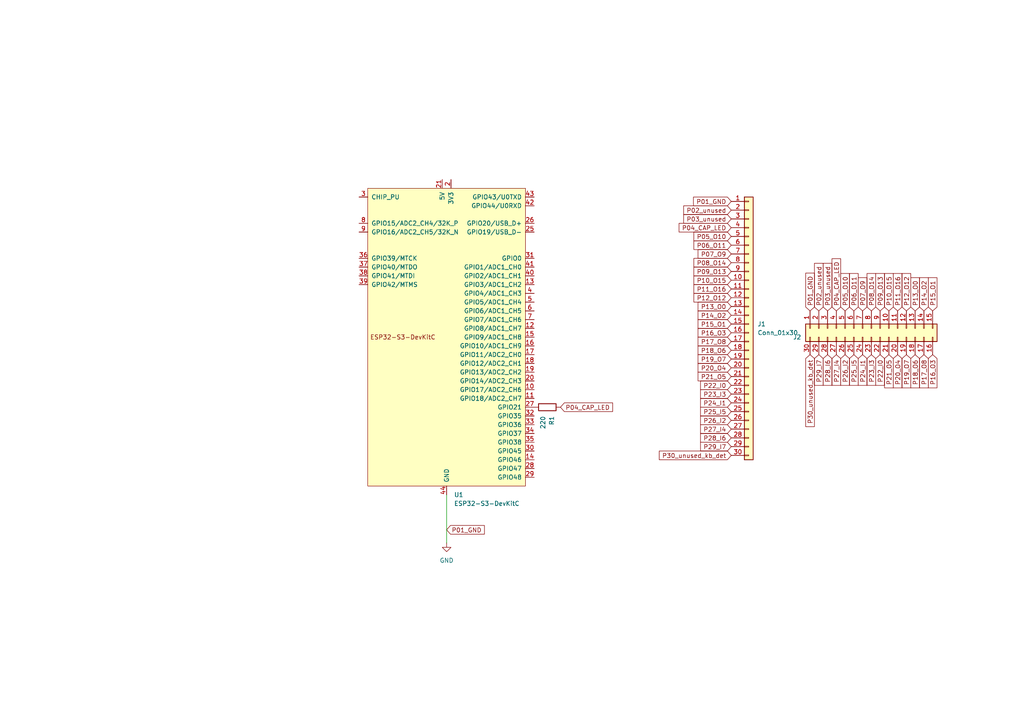
<source format=kicad_sch>
(kicad_sch (version 20250114) (generator "eeschema") (generator_version "9.0")
  (paper "A4")
  (lib_symbols
    (symbol "Connector_Generic:Conn_01x30" (pin_names (offset 1.016) (hide yes))
      (property "Reference" "J" (at 0 38.1 0))
      (property "Value" "Conn_01x30" (at 0 -40.64 0))
      (symbol "Conn_01x30_1_1"
        (rectangle (start -1.27 36.83) (end 1.27 -39.37) (stroke (width 0.254)) (fill (type background)))
        (rectangle (start -1.27 35.687) (end 0 35.433) (stroke (width 0.1524)))
        (rectangle (start -1.27 33.147) (end 0 32.893) (stroke (width 0.1524)))
        (rectangle (start -1.27 30.607) (end 0 30.353) (stroke (width 0.1524)))
        (rectangle (start -1.27 28.067) (end 0 27.813) (stroke (width 0.1524)))
        (rectangle (start -1.27 25.527) (end 0 25.273) (stroke (width 0.1524)))
        (rectangle (start -1.27 22.987) (end 0 22.733) (stroke (width 0.1524)))
        (rectangle (start -1.27 20.447) (end 0 20.193) (stroke (width 0.1524)))
        (rectangle (start -1.27 17.907) (end 0 17.653) (stroke (width 0.1524)))
        (rectangle (start -1.27 15.367) (end 0 15.113) (stroke (width 0.1524)))
        (rectangle (start -1.27 12.827) (end 0 12.573) (stroke (width 0.1524)))
        (rectangle (start -1.27 10.287) (end 0 10.033) (stroke (width 0.1524)))
        (rectangle (start -1.27 7.747) (end 0 7.493) (stroke (width 0.1524)))
        (rectangle (start -1.27 5.207) (end 0 4.953) (stroke (width 0.1524)))
        (rectangle (start -1.27 2.667) (end 0 2.413) (stroke (width 0.1524)))
        (rectangle (start -1.27 0.127) (end 0 -0.127) (stroke (width 0.1524)))
        (rectangle (start -1.27 -2.413) (end 0 -2.667) (stroke (width 0.1524)))
        (rectangle (start -1.27 -4.953) (end 0 -5.207) (stroke (width 0.1524)))
        (rectangle (start -1.27 -7.493) (end 0 -7.747) (stroke (width 0.1524)))
        (rectangle (start -1.27 -10.033) (end 0 -10.287) (stroke (width 0.1524)))
        (rectangle (start -1.27 -12.573) (end 0 -12.827) (stroke (width 0.1524)))
        (rectangle (start -1.27 -15.113) (end 0 -15.367) (stroke (width 0.1524)))
        (rectangle (start -1.27 -17.653) (end 0 -17.907) (stroke (width 0.1524)))
        (rectangle (start -1.27 -20.193) (end 0 -20.447) (stroke (width 0.1524)))
        (rectangle (start -1.27 -22.733) (end 0 -22.987) (stroke (width 0.1524)))
        (rectangle (start -1.27 -25.273) (end 0 -25.527) (stroke (width 0.1524)))
        (rectangle (start -1.27 -27.813) (end 0 -28.067) (stroke (width 0.1524)))
        (rectangle (start -1.27 -30.353) (end 0 -30.607) (stroke (width 0.1524)))
        (rectangle (start -1.27 -32.893) (end 0 -33.147) (stroke (width 0.1524)))
        (rectangle (start -1.27 -35.433) (end 0 -35.687) (stroke (width 0.1524)))
        (rectangle (start -1.27 -37.973) (end 0 -38.227) (stroke (width 0.1524)))
        (pin passive line (at -5.08 35.56 0) (length 3.81) (name "Pin_1") (number "1"))
        (pin passive line (at -5.08 33.02 0) (length 3.81) (name "Pin_2") (number "2"))
        (pin passive line (at -5.08 30.48 0) (length 3.81) (name "Pin_3") (number "3"))
        (pin passive line (at -5.08 27.94 0) (length 3.81) (name "Pin_4") (number "4"))
        (pin passive line (at -5.08 25.4 0) (length 3.81) (name "Pin_5") (number "5"))
        (pin passive line (at -5.08 22.86 0) (length 3.81) (name "Pin_6") (number "6"))
        (pin passive line (at -5.08 20.32 0) (length 3.81) (name "Pin_7") (number "7"))
        (pin passive line (at -5.08 17.78 0) (length 3.81) (name "Pin_8") (number "8"))
        (pin passive line (at -5.08 15.24 0) (length 3.81) (name "Pin_9") (number "9"))
        (pin passive line (at -5.08 12.7 0) (length 3.81) (name "Pin_10") (number "10"))
        (pin passive line (at -5.08 10.16 0) (length 3.81) (name "Pin_11") (number "11"))
        (pin passive line (at -5.08 7.62 0) (length 3.81) (name "Pin_12") (number "12"))
        (pin passive line (at -5.08 5.08 0) (length 3.81) (name "Pin_13") (number "13"))
        (pin passive line (at -5.08 2.54 0) (length 3.81) (name "Pin_14") (number "14"))
        (pin passive line (at -5.08 0 0) (length 3.81) (name "Pin_15") (number "15"))
        (pin passive line (at -5.08 -2.54 0) (length 3.81) (name "Pin_16") (number "16"))
        (pin passive line (at -5.08 -5.08 0) (length 3.81) (name "Pin_17") (number "17"))
        (pin passive line (at -5.08 -7.62 0) (length 3.81) (name "Pin_18") (number "18"))
        (pin passive line (at -5.08 -10.16 0) (length 3.81) (name "Pin_19") (number "19"))
        (pin passive line (at -5.08 -12.7 0) (length 3.81) (name "Pin_20") (number "20"))
        (pin passive line (at -5.08 -15.24 0) (length 3.81) (name "Pin_21") (number "21"))
        (pin passive line (at -5.08 -17.78 0) (length 3.81) (name "Pin_22") (number "22"))
        (pin passive line (at -5.08 -20.32 0) (length 3.81) (name "Pin_23") (number "23"))
        (pin passive line (at -5.08 -22.86 0) (length 3.81) (name "Pin_24") (number "24"))
        (pin passive line (at -5.08 -25.4 0) (length 3.81) (name "Pin_25") (number "25"))
        (pin passive line (at -5.08 -27.94 0) (length 3.81) (name "Pin_26") (number "26"))
        (pin passive line (at -5.08 -30.48 0) (length 3.81) (name "Pin_27") (number "27"))
        (pin passive line (at -5.08 -33.02 0) (length 3.81) (name "Pin_28") (number "28"))
        (pin passive line (at -5.08 -35.56 0) (length 3.81) (name "Pin_29") (number "29"))
        (pin passive line (at -5.08 -38.1 0) (length 3.81) (name "Pin_30") (number "30"))
      )
    )
    (symbol "Connector_Generic:Conn_02x15_Counter_Clockwise" (pin_names (offset 1.016) (hide yes))
      (property "Reference" "J" (at 1.27 20.32 0))
      (property "Value" "Conn_02x15_Counter_Clockwise" (at 1.27 -20.32 0))
      (symbol "Conn_02x15_Counter_Clockwise_1_1"
        (rectangle (start -1.27 19.05) (end 3.81 -19.05) (stroke (width 0.254)) (fill (type background)))
        (rectangle (start -1.27 17.907) (end 0 17.653) (stroke (width 0.1524)))
        (rectangle (start -1.27 15.367) (end 0 15.113) (stroke (width 0.1524)))
        (rectangle (start -1.27 12.827) (end 0 12.573) (stroke (width 0.1524)))
        (rectangle (start -1.27 10.287) (end 0 10.033) (stroke (width 0.1524)))
        (rectangle (start -1.27 7.747) (end 0 7.493) (stroke (width 0.1524)))
        (rectangle (start -1.27 5.207) (end 0 4.953) (stroke (width 0.1524)))
        (rectangle (start -1.27 2.667) (end 0 2.413) (stroke (width 0.1524)))
        (rectangle (start -1.27 0.127) (end 0 -0.127) (stroke (width 0.1524)))
        (rectangle (start -1.27 -2.413) (end 0 -2.667) (stroke (width 0.1524)))
        (rectangle (start -1.27 -4.953) (end 0 -5.207) (stroke (width 0.1524)))
        (rectangle (start -1.27 -7.493) (end 0 -7.747) (stroke (width 0.1524)))
        (rectangle (start -1.27 -10.033) (end 0 -10.287) (stroke (width 0.1524)))
        (rectangle (start -1.27 -12.573) (end 0 -12.827) (stroke (width 0.1524)))
        (rectangle (start -1.27 -15.113) (end 0 -15.367) (stroke (width 0.1524)))
        (rectangle (start -1.27 -17.653) (end 0 -17.907) (stroke (width 0.1524)))
        (rectangle (start 3.81 17.907) (end 2.54 17.653) (stroke (width 0.1524)))
        (rectangle (start 3.81 15.367) (end 2.54 15.113) (stroke (width 0.1524)))
        (rectangle (start 3.81 12.827) (end 2.54 12.573) (stroke (width 0.1524)))
        (rectangle (start 3.81 10.287) (end 2.54 10.033) (stroke (width 0.1524)))
        (rectangle (start 3.81 7.747) (end 2.54 7.493) (stroke (width 0.1524)))
        (rectangle (start 3.81 5.207) (end 2.54 4.953) (stroke (width 0.1524)))
        (rectangle (start 3.81 2.667) (end 2.54 2.413) (stroke (width 0.1524)))
        (rectangle (start 3.81 0.127) (end 2.54 -0.127) (stroke (width 0.1524)))
        (rectangle (start 3.81 -2.413) (end 2.54 -2.667) (stroke (width 0.1524)))
        (rectangle (start 3.81 -4.953) (end 2.54 -5.207) (stroke (width 0.1524)))
        (rectangle (start 3.81 -7.493) (end 2.54 -7.747) (stroke (width 0.1524)))
        (rectangle (start 3.81 -10.033) (end 2.54 -10.287) (stroke (width 0.1524)))
        (rectangle (start 3.81 -12.573) (end 2.54 -12.827) (stroke (width 0.1524)))
        (rectangle (start 3.81 -15.113) (end 2.54 -15.367) (stroke (width 0.1524)))
        (rectangle (start 3.81 -17.653) (end 2.54 -17.907) (stroke (width 0.1524)))
        (pin passive line (at -5.08 17.78 0) (length 3.81) (name "Pin_1") (number "1"))
        (pin passive line (at -5.08 15.24 0) (length 3.81) (name "Pin_2") (number "2"))
        (pin passive line (at -5.08 12.7 0) (length 3.81) (name "Pin_3") (number "3"))
        (pin passive line (at -5.08 10.16 0) (length 3.81) (name "Pin_4") (number "4"))
        (pin passive line (at -5.08 7.62 0) (length 3.81) (name "Pin_5") (number "5"))
        (pin passive line (at -5.08 5.08 0) (length 3.81) (name "Pin_6") (number "6"))
        (pin passive line (at -5.08 2.54 0) (length 3.81) (name "Pin_7") (number "7"))
        (pin passive line (at -5.08 0 0) (length 3.81) (name "Pin_8") (number "8"))
        (pin passive line (at -5.08 -2.54 0) (length 3.81) (name "Pin_9") (number "9"))
        (pin passive line (at -5.08 -5.08 0) (length 3.81) (name "Pin_10") (number "10"))
        (pin passive line (at -5.08 -7.62 0) (length 3.81) (name "Pin_11") (number "11"))
        (pin passive line (at -5.08 -10.16 0) (length 3.81) (name "Pin_12") (number "12"))
        (pin passive line (at -5.08 -12.7 0) (length 3.81) (name "Pin_13") (number "13"))
        (pin passive line (at -5.08 -15.24 0) (length 3.81) (name "Pin_14") (number "14"))
        (pin passive line (at -5.08 -17.78 0) (length 3.81) (name "Pin_15") (number "15"))
        (pin passive line (at 7.62 17.78 180) (length 3.81) (name "Pin_30") (number "30"))
        (pin passive line (at 7.62 15.24 180) (length 3.81) (name "Pin_29") (number "29"))
        (pin passive line (at 7.62 12.7 180) (length 3.81) (name "Pin_28") (number "28"))
        (pin passive line (at 7.62 10.16 180) (length 3.81) (name "Pin_27") (number "27"))
        (pin passive line (at 7.62 7.62 180) (length 3.81) (name "Pin_26") (number "26"))
        (pin passive line (at 7.62 5.08 180) (length 3.81) (name "Pin_25") (number "25"))
        (pin passive line (at 7.62 2.54 180) (length 3.81) (name "Pin_24") (number "24"))
        (pin passive line (at 7.62 0 180) (length 3.81) (name "Pin_23") (number "23"))
        (pin passive line (at 7.62 -2.54 180) (length 3.81) (name "Pin_22") (number "22"))
        (pin passive line (at 7.62 -5.08 180) (length 3.81) (name "Pin_21") (number "21"))
        (pin passive line (at 7.62 -7.62 180) (length 3.81) (name "Pin_20") (number "20"))
        (pin passive line (at 7.62 -10.16 180) (length 3.81) (name "Pin_19") (number "19"))
        (pin passive line (at 7.62 -12.7 180) (length 3.81) (name "Pin_18") (number "18"))
        (pin passive line (at 7.62 -15.24 180) (length 3.81) (name "Pin_17") (number "17"))
        (pin passive line (at 7.62 -17.78 180) (length 3.81) (name "Pin_16") (number "16"))
      )
    )
    (symbol "Device:R" (pin_numbers (hide yes)) (pin_names (offset 0))
      (property "Reference" "R" (at 2.032 0 90))
      (property "Value" "R" (at 0 0 90))
      (symbol "R_0_1"
        (rectangle (start -1.016 -2.54) (end 1.016 2.54) (stroke (width 0.254)))
      )
      (symbol "R_1_1"
        (pin passive line (at 0 3.81 270) (length 1.27) (name "~") (number "1"))
        (pin passive line (at 0 -3.81 90) (length 1.27) (name "~") (number "2"))
      )
    )
    (symbol "PCM_Espressif:ESP32-S3-DevKitC" (pin_names (offset 1.016))
      (property "Reference" "U" (at -22.86 48.26 0))
      (property "Value" "ESP32-S3-DevKitC" (at -22.86 45.72 0))
      (symbol "ESP32-S3-DevKitC_0_0"
        (text "ESP32-S3-DevKitC" (at -12.7 0 0) (effects (font (size 1.27 1.27))))
        (pin bidirectional line (at -25.4 15.24 0) (length 2.54) (name "GPIO42/MTMS") (number "39"))
        (pin power_in line (at 0 -45.72 90) (length 2.54) (name "GND") (number "44"))
        (pin bidirectional line (at 25.4 40.64 180) (length 2.54) (name "GPIO43/U0TXD") (number "43"))
        (pin bidirectional line (at 25.4 38.1 180) (length 2.54) (name "GPIO44/U0RXD") (number "42"))
        (pin bidirectional line (at 25.4 20.32 180) (length 2.54) (name "GPIO1/ADC1_CH0") (number "41"))
        (pin bidirectional line (at 25.4 17.78 180) (length 2.54) (name "GPIO2/ADC1_CH1") (number "40"))
        (pin bidirectional line (at 25.4 -10.16 180) (length 2.54) (name "GPIO13/ADC2_CH2") (number "19"))
        (pin bidirectional line (at 25.4 -35.56 180) (length 2.54) (name "GPIO46") (number "14"))
      )
      (symbol "ESP32-S3-DevKitC_0_1"
        (rectangle (start -22.86 43.18) (end 22.86 -43.18) (fill (type background)))
        (pin power_in line (at 1.27 45.72 270) (length 2.54) (name "3V3") (number "2"))
      )
      (symbol "ESP32-S3-DevKitC_1_1"
        (pin input line (at -25.4 40.64 0) (length 2.54) (name "CHIP_PU") (number "3"))
        (pin bidirectional line (at -25.4 33.02 0) (length 2.54) (name "GPIO15/ADC2_CH4/32K_P") (number "8"))
        (pin bidirectional line (at -25.4 30.48 0) (length 2.54) (name "GPIO16/ADC2_CH5/32K_N") (number "9"))
        (pin bidirectional line (at -25.4 22.86 0) (length 2.54) (name "GPIO39/MTCK") (number "36"))
        (pin bidirectional line (at -25.4 20.32 0) (length 2.54) (name "GPIO40/MTDO") (number "37"))
        (pin bidirectional line (at -25.4 17.78 0) (length 2.54) (name "GPIO41/MTDI") (number "38"))
        (pin power_in line (at -1.27 45.72 270) (length 2.54) (name "5V") (number "21"))
        (pin passive line (at 0 -45.72 90) (length 2.54) (hide yes) (name "GND") (number "22"))
        (pin passive line (at 0 -45.72 90) (length 2.54) (hide yes) (name "GND") (number "23"))
        (pin passive line (at 0 -45.72 90) (length 2.54) (hide yes) (name "GND") (number "24"))
        (pin passive line (at 1.27 45.72 270) (length 2.54) (hide yes) (name "3V3") (number "1"))
        (pin bidirectional line (at 25.4 33.02 180) (length 2.54) (name "GPIO20/USB_D+") (number "26"))
        (pin bidirectional line (at 25.4 30.48 180) (length 2.54) (name "GPIO19/USB_D-") (number "25"))
        (pin bidirectional line (at 25.4 22.86 180) (length 2.54) (name "GPIO0") (number "31"))
        (pin bidirectional line (at 25.4 15.24 180) (length 2.54) (name "GPIO3/ADC1_CH2") (number "13"))
        (pin bidirectional line (at 25.4 12.7 180) (length 2.54) (name "GPIO4/ADC1_CH3") (number "4"))
        (pin bidirectional line (at 25.4 10.16 180) (length 2.54) (name "GPIO5/ADC1_CH4") (number "5"))
        (pin bidirectional line (at 25.4 7.62 180) (length 2.54) (name "GPIO6/ADC1_CH5") (number "6"))
        (pin bidirectional line (at 25.4 5.08 180) (length 2.54) (name "GPIO7/ADC1_CH6") (number "7"))
        (pin bidirectional line (at 25.4 2.54 180) (length 2.54) (name "GPIO8/ADC1_CH7") (number "12"))
        (pin bidirectional line (at 25.4 0 180) (length 2.54) (name "GPIO9/ADC1_CH8") (number "15"))
        (pin bidirectional line (at 25.4 -2.54 180) (length 2.54) (name "GPIO10/ADC1_CH9") (number "16"))
        (pin bidirectional line (at 25.4 -5.08 180) (length 2.54) (name "GPIO11/ADC2_CH0") (number "17"))
        (pin bidirectional line (at 25.4 -7.62 180) (length 2.54) (name "GPIO12/ADC2_CH1") (number "18"))
        (pin bidirectional line (at 25.4 -12.7 180) (length 2.54) (name "GPIO14/ADC2_CH3") (number "20"))
        (pin bidirectional line (at 25.4 -15.24 180) (length 2.54) (name "GPIO17/ADC2_CH6") (number "10"))
        (pin bidirectional line (at 25.4 -17.78 180) (length 2.54) (name "GPIO18/ADC2_CH7") (number "11"))
        (pin bidirectional line (at 25.4 -20.32 180) (length 2.54) (name "GPIO21") (number "27"))
        (pin bidirectional line (at 25.4 -22.86 180) (length 2.54) (name "GPIO35") (number "32"))
        (pin bidirectional line (at 25.4 -25.4 180) (length 2.54) (name "GPIO36") (number "33"))
        (pin bidirectional line (at 25.4 -27.94 180) (length 2.54) (name "GPIO37") (number "34"))
        (pin bidirectional line (at 25.4 -30.48 180) (length 2.54) (name "GPIO38") (number "35"))
        (pin bidirectional line (at 25.4 -33.02 180) (length 2.54) (name "GPIO45") (number "30"))
        (pin bidirectional line (at 25.4 -38.1 180) (length 2.54) (name "GPIO47") (number "28"))
        (pin bidirectional line (at 25.4 -40.64 180) (length 2.54) (name "GPIO48") (number "29"))
      )
    )
    (symbol "power:GND" (power) (pin_numbers (hide yes)) (pin_names (offset 0) (hide yes))
      (property "Value" "GND" (at 0 -3.81 0))
      (symbol "GND_0_1"
        (polyline (pts (xy 0 0) (xy 0 -1.27) (xy 1.27 -1.27) (xy 0 -2.54) (xy -1.27 -1.27) (xy 0 -1.27)))
      )
      (symbol "GND_1_1"
        (pin power_in line (at 0 0 270) (length 0) (name "~") (number "1"))
      )
    )
  )
  (wire (pts (xy 129.54 143.51) (xy 129.54 157.48)))
  (global_label "P24_I1" (shape input) (at 250.19 102.87 270) (property "Intersheetrefs" "${INTERSHEET_REFS}" (effects (hide yes))))
  (global_label "P14_O2" (shape input) (at 267.97 90.17 90) (property "Intersheetrefs" "${INTERSHEET_REFS}" (effects (hide yes))))
  (global_label "P21_O5" (shape input) (at 212.09 109.22 180) (property "Intersheetrefs" "${INTERSHEET_REFS}" (effects (hide yes))))
  (global_label "P15_O1" (shape input) (at 270.51 90.17 90) (property "Intersheetrefs" "${INTERSHEET_REFS}" (effects (hide yes))))
  (global_label "P21_O5" (shape input) (at 257.81 102.87 270) (property "Intersheetrefs" "${INTERSHEET_REFS}" (effects (hide yes))))
  (global_label "P20_O4" (shape input) (at 212.09 106.68 180) (property "Intersheetrefs" "${INTERSHEET_REFS}" (effects (hide yes))))
  (global_label "P28_I6" (shape input) (at 240.03 102.87 270) (property "Intersheetrefs" "${INTERSHEET_REFS}" (effects (hide yes))))
  (global_label "P22_I0" (shape input) (at 255.27 102.87 270) (property "Intersheetrefs" "${INTERSHEET_REFS}" (effects (hide yes))))
  (global_label "P13_O0" (shape input) (at 212.09 88.9 180) (property "Intersheetrefs" "${INTERSHEET_REFS}" (effects (hide yes))))
  (global_label "P17_O8" (shape input) (at 267.97 102.87 270) (property "Intersheetrefs" "${INTERSHEET_REFS}" (effects (hide yes))))
  (global_label "P29_I7" (shape input) (at 237.49 102.87 270) (property "Intersheetrefs" "${INTERSHEET_REFS}" (effects (hide yes))))
  (global_label "P02_unused" (shape input) (at 237.49 90.17 90) (property "Intersheetrefs" "${INTERSHEET_REFS}" (effects (hide yes))))
  (global_label "P27_I4" (shape input) (at 242.57 102.87 270) (property "Intersheetrefs" "${INTERSHEET_REFS}" (effects (hide yes))))
  (global_label "P05_O10" (shape input) (at 245.11 90.17 90) (property "Intersheetrefs" "${INTERSHEET_REFS}" (effects (hide yes))))
  (global_label "P09_O13" (shape input) (at 255.27 90.17 90) (property "Intersheetrefs" "${INTERSHEET_REFS}" (effects (hide yes))))
  (global_label "P12_O12" (shape input) (at 262.89 90.17 90) (property "Intersheetrefs" "${INTERSHEET_REFS}" (effects (hide yes))))
  (global_label "P04_CAP_LED" (shape input) (at 212.09 66.04 180) (property "Intersheetrefs" "${INTERSHEET_REFS}" (effects (hide yes))))
  (global_label "P02_unused" (shape input) (at 212.09 60.96 180) (property "Intersheetrefs" "${INTERSHEET_REFS}" (effects (hide yes))))
  (global_label "P16_O3" (shape input) (at 212.09 96.52 180) (property "Intersheetrefs" "${INTERSHEET_REFS}" (effects (hide yes))))
  (global_label "P05_O10" (shape input) (at 212.09 68.58 180) (property "Intersheetrefs" "${INTERSHEET_REFS}" (effects (hide yes))))
  (global_label "P07_O9" (shape input) (at 212.09 73.66 180) (property "Intersheetrefs" "${INTERSHEET_REFS}" (effects (hide yes))))
  (global_label "P19_O7" (shape input) (at 212.09 104.14 180) (property "Intersheetrefs" "${INTERSHEET_REFS}" (effects (hide yes))))
  (global_label "P03_unused" (shape input) (at 240.03 90.17 90) (property "Intersheetrefs" "${INTERSHEET_REFS}" (effects (hide yes))))
  (global_label "P25_I5" (shape input) (at 247.65 102.87 270) (property "Intersheetrefs" "${INTERSHEET_REFS}" (effects (hide yes))))
  (global_label "P29_I7" (shape input) (at 212.09 129.54 180) (property "Intersheetrefs" "${INTERSHEET_REFS}" (effects (hide yes))))
  (global_label "P22_I0" (shape input) (at 212.09 111.76 180) (property "Intersheetrefs" "${INTERSHEET_REFS}" (effects (hide yes))))
  (global_label "P07_O9" (shape input) (at 250.19 90.17 90) (property "Intersheetrefs" "${INTERSHEET_REFS}" (effects (hide yes))))
  (global_label "P30_unused_kb_det" (shape input) (at 212.09 132.08 180) (property "Intersheetrefs" "${INTERSHEET_REFS}" (effects (hide yes))))
  (global_label "P27_I4" (shape input) (at 212.09 124.46 180) (property "Intersheetrefs" "${INTERSHEET_REFS}" (effects (hide yes))))
  (global_label "P20_O4" (shape input) (at 260.35 102.87 270) (property "Intersheetrefs" "${INTERSHEET_REFS}" (effects (hide yes))))
  (global_label "P18_O6" (shape input) (at 265.43 102.87 270) (property "Intersheetrefs" "${INTERSHEET_REFS}" (effects (hide yes))))
  (global_label "P30_unused_kb_det" (shape input) (at 234.95 102.87 270) (property "Intersheetrefs" "${INTERSHEET_REFS}" (effects (hide yes))))
  (global_label "P17_O8" (shape input) (at 212.09 99.06 180) (property "Intersheetrefs" "${INTERSHEET_REFS}" (effects (hide yes))))
  (global_label "P16_O3" (shape input) (at 270.51 102.87 270) (property "Intersheetrefs" "${INTERSHEET_REFS}" (effects (hide yes))))
  (global_label "P01_GND" (shape input) (at 234.95 90.17 90) (property "Intersheetrefs" "${INTERSHEET_REFS}" (effects (hide yes))))
  (global_label "P11_O16" (shape input) (at 260.35 90.17 90) (property "Intersheetrefs" "${INTERSHEET_REFS}" (effects (hide yes))))
  (global_label "P23_I3" (shape input) (at 252.73 102.87 270) (property "Intersheetrefs" "${INTERSHEET_REFS}" (effects (hide yes))))
  (global_label "P10_O15" (shape input) (at 257.81 90.17 90) (property "Intersheetrefs" "${INTERSHEET_REFS}" (effects (hide yes))))
  (global_label "P03_unused" (shape input) (at 212.09 63.5 180) (property "Intersheetrefs" "${INTERSHEET_REFS}" (effects (hide yes))))
  (global_label "P13_O0" (shape input) (at 265.43 90.17 90) (property "Intersheetrefs" "${INTERSHEET_REFS}" (effects (hide yes))))
  (global_label "P01_GND" (shape input) (at 129.54 153.67 0) (property "Intersheetrefs" "${INTERSHEET_REFS}" (effects (hide yes))))
  (global_label "P24_I1" (shape input) (at 212.09 116.84 180) (property "Intersheetrefs" "${INTERSHEET_REFS}" (effects (hide yes))))
  (global_label "P28_I6" (shape input) (at 212.09 127 180) (property "Intersheetrefs" "${INTERSHEET_REFS}" (effects (hide yes))))
  (global_label "P09_O13" (shape input) (at 212.09 78.74 180) (property "Intersheetrefs" "${INTERSHEET_REFS}" (effects (hide yes))))
  (global_label "P26_I2" (shape input) (at 212.09 121.92 180) (property "Intersheetrefs" "${INTERSHEET_REFS}" (effects (hide yes))))
  (global_label "P14_O2" (shape input) (at 212.09 91.44 180) (property "Intersheetrefs" "${INTERSHEET_REFS}" (effects (hide yes))))
  (global_label "P04_CAP_LED" (shape input) (at 162.56 118.11 0) (property "Intersheetrefs" "${INTERSHEET_REFS}" (effects (hide yes))))
  (global_label "P10_O15" (shape input) (at 212.09 81.28 180) (property "Intersheetrefs" "${INTERSHEET_REFS}" (effects (hide yes))))
  (global_label "P06_O11" (shape input) (at 212.09 71.12 180) (property "Intersheetrefs" "${INTERSHEET_REFS}" (effects (hide yes))))
  (global_label "P08_O14" (shape input) (at 252.73 90.17 90) (property "Intersheetrefs" "${INTERSHEET_REFS}" (effects (hide yes))))
  (global_label "P06_O11" (shape input) (at 247.65 90.17 90) (property "Intersheetrefs" "${INTERSHEET_REFS}" (effects (hide yes))))
  (global_label "P18_O6" (shape input) (at 212.09 101.6 180) (property "Intersheetrefs" "${INTERSHEET_REFS}" (effects (hide yes))))
  (global_label "P04_CAP_LED" (shape input) (at 242.57 90.17 90) (property "Intersheetrefs" "${INTERSHEET_REFS}" (effects (hide yes))))
  (global_label "P15_O1" (shape input) (at 212.09 93.98 180) (property "Intersheetrefs" "${INTERSHEET_REFS}" (effects (hide yes))))
  (global_label "P26_I2" (shape input) (at 245.11 102.87 270) (property "Intersheetrefs" "${INTERSHEET_REFS}" (effects (hide yes))))
  (global_label "P11_O16" (shape input) (at 212.09 83.82 180) (property "Intersheetrefs" "${INTERSHEET_REFS}" (effects (hide yes))))
  (global_label "P01_GND" (shape input) (at 212.09 58.42 180) (property "Intersheetrefs" "${INTERSHEET_REFS}" (effects (hide yes))))
  (global_label "P08_O14" (shape input) (at 212.09 76.2 180) (property "Intersheetrefs" "${INTERSHEET_REFS}" (effects (hide yes))))
  (global_label "P25_I5" (shape input) (at 212.09 119.38 180) (property "Intersheetrefs" "${INTERSHEET_REFS}" (effects (hide yes))))
  (global_label "P23_I3" (shape input) (at 212.09 114.3 180) (property "Intersheetrefs" "${INTERSHEET_REFS}" (effects (hide yes))))
  (global_label "P12_O12" (shape input) (at 212.09 86.36 180) (property "Intersheetrefs" "${INTERSHEET_REFS}" (effects (hide yes))))
  (global_label "P19_O7" (shape input) (at 262.89 102.87 270) (property "Intersheetrefs" "${INTERSHEET_REFS}" (effects (hide yes))))
  (symbol (lib_id "Connector_Generic:Conn_02x15_Counter_Clockwise") (at 252.73 95.25 90) (mirror x) (unit 1)
    (property "Reference" "J2" (at 232.41 97.7901 90) (effects (justify left)))
    (property "Value" "Conn_02x15_Counter_Clockwise" (effects (hide yes)))
    (property "Footprint" "Connector_PinHeader_2.54mm:PinHeader_2x15_P2.54mm_Vertical" (effects (hide yes)))
    (property "Description" "Generic connector, double row, 02x15, counter clockwise pin numbering scheme (similar to DIP package numbering), script generated (kicad-library-utils/schlib/autogen/connector/)" (effects (hide yes)))
  )
  (symbol (lib_id "PCM_Espressif:ESP32-S3-DevKitC") (at 129.54 97.79 0) (unit 1)
    (property "Reference" "U1" (at 131.6833 143.51 0) (effects (justify left)))
    (property "Value" "ESP32-S3-DevKitC" (at 131.6833 146.05 0) (effects (justify left)))
    (property "Footprint" "PCM_Espressif:ESP32-S3-DevKitC" (effects (hide yes)))
    (property "Description" "ESP32-S3-DevKitC" (effects (hide yes)))
  )
  (symbol (lib_id "power:GND") (at 129.54 157.48 0) (unit 1)
    (property "Reference" "#PWR01" (effects (hide yes)))
    (property "Value" "GND" (at 129.54 162.56 0))
    (property "Description" "Power symbol creates a global label with name \"GND\" , ground" (effects (hide yes)))
  )
  (symbol (lib_id "Connector_Generic:Conn_01x30") (at 217.17 93.98 0) (unit 1)
    (property "Reference" "J1" (at 219.71 93.9799 0) (effects (justify left)))
    (property "Value" "Conn_01x30" (at 219.71 96.5199 0) (effects (justify left)))
    (property "Footprint" "Chris:FPC_30_Dell_0.8mm_no0" (effects (hide yes)))
    (property "Description" "Generic connector, single row, 01x30, script generated (kicad-library-utils/schlib/autogen/connector/)" (effects (hide yes)))
  )
  (symbol (lib_id "Device:R") (at 158.75 118.11 270) (unit 1)
    (property "Reference" "R1" (at 160.0201 120.65 0) (effects (justify left)))
    (property "Value" "220" (at 157.4801 120.65 0) (effects (justify left)))
    (property "Footprint" "Resistor_THT:R_Axial_DIN0207_L6.3mm_D2.5mm_P10.16mm_Horizontal" (effects (hide yes)))
    (property "Description" "Resistor" (effects (hide yes)))
  )
)
</source>
